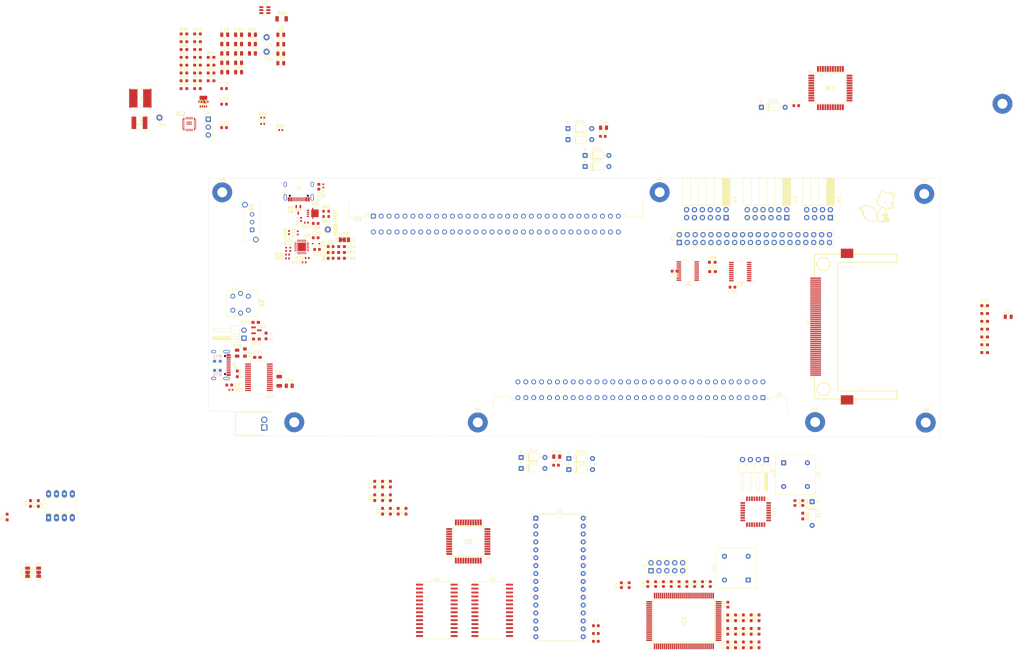
<source format=kicad_pcb>
(kicad_pcb (version 20241229) (generator "pcbnew") (generator_version "9.0")
  (layers (0 "F.Cu" signal) (2 "B.Cu" signal) (13 "F.Paste" user) (15 "B.Paste" user) (5 "F.SilkS" user "F.Silkscreen") (7 "B.SilkS" user "B.Silkscreen") (1 "F.Mask" user) (3 "B.Mask" user) (25 "Edge.Cuts" user))
  (net 0 "")
  (net 1 "GND")
  (net 2 "+5V")
  (net 3 "Net-(J3-SHIELD)")
  (net 4 "VPWR")
  (net 5 "VCC")
  (net 6 "Net-(IC2-SYS_1)")
  (net 7 "Net-(U6-VREG_1V2)")
  (net 8 "Net-(IC2-TMR_1)")
  (net 9 "Net-(D4-A)")
  (net 10 "Net-(C27-Pad1)")
  (net 11 "/Power/VUSB_SW")
  (net 12 "Net-(C28-Pad2)")
  (net 13 "+BATT")
  (net 14 "Net-(U7-BST)")
  (net 15 "Net-(U7-SW)")
  (net 16 "+3.3V")
  (net 17 "Net-(J6-SHIELD)")
  (net 18 "/60FAKE50/VIN")
  (net 19 "Net-(U10-3V3OUT)")
  (net 20 "Net-(J7-Pin_2)")
  (net 21 "Net-(Q2-G)")
  (net 22 "/60FAKE50/VUSB")
  (net 23 "Net-(D2-K)")
  (net 24 "Net-(D2-A)")
  (net 25 "Net-(D3-CATHODE_1)")
  (net 26 "Net-(D3-CATHODE_2)")
  (net 27 "VDDL")
  (net 28 "Net-(D5-K)")
  (net 29 "Net-(D5-A)")
  (net 30 "Net-(D6-A)")
  (net 31 "Net-(D6-K)")
  (net 32 "nALERT")
  (net 33 "Net-(D7-A)")
  (net 34 "Net-(D8-K)")
  (net 35 "Net-(D8-A)")
  (net 36 "Net-(D9-A)")
  (net 37 "Net-(D9-K)")
  (net 38 "Net-(D10-K)")
  (net 39 "Net-(D10-A)")
  (net 40 "Net-(D11-A)")
  (net 41 "/CompactFlash/~{SPKR}")
  (net 42 "Net-(D12-K)")
  (net 43 "nRAMDISABLE")
  (net 44 "Net-(D13-K)")
  (net 45 "nROMDISABLE")
  (net 46 "Net-(D14-K)")
  (net 47 "Net-(D15-K)")
  (net 48 "Net-(D16-K)")
  (net 49 "nIRQ")
  (net 50 "Net-(D17-K)")
  (net 51 "Net-(D18-A)")
  (net 52 "CLK")
  (net 53 "nRAM0_CS")
  (net 55 "/Glue_Addr/D0")
  (net 58 "ACIA_nCS")
  (net 59 "/Glue_Addr/A6")
  (net 61 "/Glue_Addr/D7")
  (net 62 "EXP_nSEL1")
  (net 64 "/Glue_Addr/A5")
  (net 66 "/Glue_Addr/D4")
  (net 68 "/Glue_Addr/D3")
  (net 70 "CLK{slash}2")
  (net 72 "TDO")
  (net 74 "/DIsplay Connector/DISP_nWAIT")
  (net 75 "nSLOW1")
  (net 76 "/Glue_Addr/A11")
  (net 79 "nSLOW0")
  (net 81 "/Glue_Addr/A14")
  (net 82 "/DIsplay Connector/DISP_nRES")
  (net 83 "/Glue_Addr/A15")
  (net 85 "nRES")
  (net 86 "/Glue_Addr/A9")
  (net 87 "/Glue_Addr/A10")
  (net 88 "EXP_nSEL0")
  (net 89 "RnW")
  (net 91 "/Glue_Addr/D6")
  (net 92 "/Glue_Addr/A2")
  (net 93 "/Glue_Addr/A12")
  (net 94 "nR")
  (net 95 "/DIsplay Connector/DISP_nCS")
  (net 96 "nCF_CS0")
  (net 97 "/Glue_Addr/A0")
  (net 100 "nRXF")
  (net 101 "ROM_nCE")
  (net 102 "TDI")
  (net 103 "/Glue_Addr/D2")
  (net 104 "/Glue_Addr/A13")
  (net 105 "TCK")
  (net 106 "/DIsplay Connector/DISP_EN")
  (net 107 "WR_FT")
  (net 108 "/Glue_Addr/D1")
  (net 109 "nRD_FT")
  (net 110 "CPU_CLK")
  (net 111 "nRAM1_CS")
  (net 112 "/Glue_Addr/A1")
  (net 113 "ROM_nR")
  (net 114 "Net-(D19-K)")
  (net 115 "/DIsplay Connector/DISP_nINT")
  (net 117 "nTXE")
  (net 118 "nW")
  (net 120 "VIA_nCS")
  (net 121 "/Glue_Addr/A4")
  (net 122 "/Glue_Addr/A8")
  (net 123 "/Glue_Addr/A3")
  (net 124 "TMS")
  (net 125 "/DIsplay Connector/BL")
  (net 128 "CFnRES")
  (net 130 "CLK_x2")
  (net 131 "/Glue_Addr/D5")
  (net 132 "/Glue_Addr/A7")
  (net 133 "Net-(IC2-NTC)")
  (net 134 "Net-(IC2-FREQ)")
  (net 135 "Net-(IC2-EN)")
  (net 136 "Net-(IC2-CSP)")
  (net 137 "Net-(IC2-OLIM)")
  (net 138 "Net-(IC2-MODE)")
  (net 139 "Net-(IC2-IB_1)")
  (net 140 "Net-(IC2-ILIM)")
  (net 141 "Net-(IC2-SW_1)")
  (net 142 "Net-(IC2-VB)")
  (net 143 "Net-(IC2-ISET)")
  (net 144 "Net-(IC2-PWIN)")
  (net 145 "Net-(IC2-REG)")
  (net 146 "Net-(IC2-FB)")
  (net 148 "/VIA/VA_PB1")
  (net 149 "/VIA/VA_PB0")
  (net 150 "/VIA/VA_PA4")
  (net 151 "/VIA/VA_PA2")
  (net 152 "/VIA/VA_CB1")
  (net 153 "/VIA/VA_PB6")
  (net 154 "/VIA/D0")
  (net 155 "/VIA/A3")
  (net 156 "/VIA/A2")
  (net 157 "/VIA/A0")
  (net 158 "/VIA/VA_CA2")
  (net 159 "/VIA/D5")
  (net 160 "/VIA/VA_PA1")
  (net 161 "/VIA/A1")
  (net 162 "/VIA/VA_CB2")
  (net 163 "/VIA/VA_PA3")
  (net 165 "/VIA/VA_PB4")
  (net 166 "/VIA/VA_PA0")
  (net 167 "/VIA/VA_PA6")
  (net 168 "/VIA/VA_PA7")
  (net 169 "/VIA/D1")
  (net 170 "/VIA/VA_PB2")
  (net 171 "/VIA/VA_CA1")
  (net 172 "/VIA/VA_PB7")
  (net 173 "/VIA/VA_PB5")
  (net 174 "/VIA/VA_PA5")
  (net 175 "/VIA/D6")
  (net 176 "/VIA/D7")
  (net 177 "/VIA/D2")
  (net 178 "/VIA/D3")
  (net 179 "/VIA/D4")
  (net 181 "/VIA/VA_PB3")
  (net 186 "PD_SDA")
  (net 187 "PD_SCL")
  (net 191 "/Power/VIN")
  (net 196 "/DIsplay Connector/3V3_D2")
  (net 200 "/DIsplay Connector/3V3_nCS")
  (net 201 "/DIsplay Connector/3V3_nRES")
  (net 202 "/DIsplay Connector/3V3_D5")
  (net 204 "/DIsplay Connector/3V3_D7")
  (net 205 "/DIsplay Connector/3V3_nWAIT")
  (net 206 "3V3_RnW")
  (net 207 "/DIsplay Connector/3V3_D3")
  (net 209 "/DIsplay Connector/3V3_D4")
  (net 210 "3V3_RS")
  (net 212 "/DIsplay Connector/3V3_D1")
  (net 213 "/DIsplay Connector/3V3_EN")
  (net 214 "Net-(J5-Pin_14)")
  (net 215 "3V3_nINT")
  (net 218 "/DIsplay Connector/3V3_D0")
  (net 224 "/DIsplay Connector/3V3_D6")
  (net 225 "Net-(J6-CC1)")
  (net 226 "/60FAKE50/USB_D-")
  (net 228 "/60FAKE50/USB_D+")
  (net 230 "Net-(J6-CC2)")
  (net 231 "/CompactFlash/D3")
  (net 234 "/CompactFlash/D7")
  (net 236 "/CompactFlash/A0")
  (net 237 "/CompactFlash/D2")
  (net 238 "/CompactFlash/D1")
  (net 239 "/CompactFlash/D4")
  (net 240 "/CompactFlash/D6")
  (net 243 "/CompactFlash/D5")
  (net 246 "Net-(J8-Pin_17)")
  (net 248 "/CompactFlash/~{REG}")
  (net 250 "/CompactFlash/~{STSCHG}")
  (net 251 "Net-(J8-Pin_48)")
  (net 253 "/CompactFlash/~{CS1}")
  (net 254 "/CompactFlash/~{WE}")
  (net 257 "/CompactFlash/D0")
  (net 261 "/CompactFlash/A1")
  (net 262 "/CompactFlash/A2")
  (net 264 "PHI2O")
  (net 265 "RDY")
  (net 269 "/ExpansionSlot0/A12")
  (net 270 "nVP")
  (net 272 "/ExpansionSlot0/D3")
  (net 275 "/ExpansionSlot0/A11")
  (net 276 "/ExpansionSlot0/D6")
  (net 277 "nSO")
  (net 278 "/ExpansionSlot0/D2")
  (net 279 "/ExpansionSlot0/A0")
  (net 280 "/ExpansionSlot0/A10")
  (net 281 "PHI1O")
  (net 282 "/ExpansionSlot0/D5")
  (net 284 "nML")
  (net 285 "/ExpansionSlot0/D1")
  (net 286 "/ExpansionSlot0/A5")
  (net 287 "/ExpansionSlot0/A3")
  (net 288 "/ExpansionSlot0/A15")
  (net 291 "/ExpansionSlot0/D4")
  (net 292 "/ExpansionSlot0/A2")
  (net 295 "nNMI")
  (net 296 "/ExpansionSlot0/A13")
  (net 297 "/ExpansionSlot0/D0")
  (net 298 "/ExpansionSlot0/A9")
  (net 299 "SYNQ")
  (net 301 "/ExpansionSlot0/A8")
  (net 302 "/ExpansionSlot0/A1")
  (net 303 "/ExpansionSlot0/A4")
  (net 304 "/ExpansionSlot0/A6")
  (net 305 "/ExpansionSlot0/A14")
  (net 306 "/ExpansionSlot0/D7")
  (net 307 "/ExpansionSlot0/A7")
  (net 308 "BE")
  (net 309 "/ExpansionSlot1/A10")
  (net 312 "/ExpansionSlot1/A4")
  (net 313 "/ExpansionSlot1/A9")
  (net 316 "/ExpansionSlot1/D1")
  (net 320 "/ExpansionSlot1/A13")
  (net 321 "/ExpansionSlot1/D6")
  (net 322 "/ExpansionSlot1/A15")
  (net 323 "/ExpansionSlot1/A5")
  (net 324 "/ExpansionSlot1/D0")
  (net 326 "/ExpansionSlot1/D2")
  (net 327 "/ExpansionSlot1/A0")
  (net 328 "/ExpansionSlot1/A2")
  (net 329 "/ExpansionSlot1/D4")
  (net 330 "/ExpansionSlot1/A11")
  (net 331 "/ExpansionSlot1/A12")
  (net 332 "/ExpansionSlot1/D5")
  (net 333 "/ExpansionSlot1/A6")
  (net 334 "/ExpansionSlot1/A7")
  (net 338 "/ExpansionSlot1/D7")
  (net 339 "/ExpansionSlot1/A3")
  (net 341 "/ExpansionSlot1/A8")
  (net 343 "/ExpansionSlot1/A14")
  (net 344 "/ExpansionSlot1/A1")
  (net 345 "/ExpansionSlot1/D3")
  (net 346 "Net-(J14-Pin_3)")
  (net 347 "Net-(J14-Pin_2)")
  (net 348 "Net-(JP1-C)")
  (net 349 "Net-(JP2-C)")
  (net 350 "Net-(JP3-C)")
  (net 351 "Net-(Q1-G)")
  (net 352 "Net-(Q3-G)")
  (net 353 "Net-(U1-~{PB})")
  (net 354 "Net-(U1-RST)")
  (net 355 "Net-(U5-A14)")
  (net 356 "Net-(U5-A15)")
  (net 357 "Net-(U5-A16)")
  (net 358 "Net-(X1-EN)")
  (net 359 "Net-(U6-RESET)")
  (net 360 "Net-(U6-VBUS_VS_DISCH)")
  (net 361 "Net-(U6-ADDR0)")
  (net 362 "Net-(U6-ADDR1)")
  (net 363 "Net-(U6-VBUS_EN_SNK)")
  (net 364 "Net-(U6-DISCH)")
  (net 365 "Net-(U8-A4)")
  (net 366 "3V3_BL")
  (net 367 "Net-(U10-~{RESET})")
  (net 368 "Net-(U10-~{PWREN})")
  (net 369 "/CompactFlash/A3")
  (net 370 "Net-(X2-EN)")
  (net 372 "/A7")
  (net 373 "/A3")
  (net 374 "/D7")
  (net 375 "/D0")
  (net 376 "/A15")
  (net 377 "/A6")
  (net 378 "/A11")
  (net 379 "/A9")
  (net 380 "/A5")
  (net 381 "/A10")
  (net 382 "/D6")
  (net 383 "/A8")
  (net 384 "/D3")
  (net 385 "/A2")
  (net 386 "/A1")
  (net 387 "/A14")
  (net 390 "/D5")
  (net 391 "/D4")
  (net 392 "/A0")
  (net 393 "/A4")
  (net 394 "/D2")
  (net 395 "/A12")
  (net 396 "/A13")
  (net 397 "/D1")
  (net 404 "/DIsplay Connector/A0")
  (net 405 "/DIsplay Connector/D2")
  (net 406 "/DIsplay Connector/D5")
  (net 407 "/DIsplay Connector/D1")
  (net 408 "/DIsplay Connector/D0")
  (net 409 "/DIsplay Connector/D3")
  (net 410 "/DIsplay Connector/D7")
  (net 411 "/DIsplay Connector/D6")
  (net 412 "/DIsplay Connector/D4")
  (net 418 "/Keyboard IF/D7")
  (net 419 "/Keyboard IF/D1")
  (net 420 "/Keyboard IF/D0")
  (net 421 "Net-(U11-XTAL1)")
  (net 422 "/Keyboard IF/D2")
  (net 423 "/Keyboard IF/A1")
  (net 425 "/Keyboard IF/D3")
  (net 428 "/Keyboard IF/D6")
  (net 429 "/Keyboard IF/D5")
  (net 432 "/Keyboard IF/A0")
  (net 434 "/Keyboard IF/D4")
  (net 435 "Net-(D20-K)")
  (net 436 "Net-(D21-K)")
  (net 437 "Net-(D22-K)")
  (net 441 "Net-(S2-A)")
  (footprint "Resistor_SMD:R_0603_1608Metric_Pad0.98x0.95mm_HandSolder" (layer "F.Cu") (at 92.1025 36.64)
    (property "Reference" "R42")
    (property "Value" "10K5")
  )
  (footprint "Resistor_SMD:R_0603_1608Metric_Pad0.98x0.95mm_HandSolder" (layer "F.Cu") (at 115.385017 124.659921 180)
    (property "Reference" "R73")
    (property "Value" "10k")
  )
  (footprint "Resistor_SMD:R_0603_1608Metric_Pad0.98x0.95mm_HandSolder" (layer "F.Cu") (at 92.1025 39.15)
    (property "Reference" "R43")
    (property "Value" "10K5")
  )
  (footprint "Oscillator:Oscillator_DIP-8" (layer "F.Cu") (at 273.43 202.0975 90)
    (property "Reference" "X1")
    (property "Value" "28.322MHz")
  )
  (footprint "Resistor_SMD:R_0603_1608Metric_Pad0.98x0.95mm_HandSolder" (layer "F.Cu") (at 92.1025 26.6)
    (property "Reference" "R36")
    (property "Value" "5K1")
  )
  (footprint "Resistor_SMD:R_0603_1608Metric_Pad0.98x0.95mm_HandSolder" (layer "F.Cu") (at 276.9 222.9375 90)
    (property "Reference" "R18")
    (property "Value" "3K3")
  )
  (footprint "Resistor_SMD:R_0603_1608Metric_Pad0.98x0.95mm_HandSolder" (layer "F.Cu") (at 96.4525 31.62)
    (property "Reference" "R48")
    (property "Value" "42K2")
  )
  (footprint "Resistor_SMD:R_0603_1608Metric_Pad0.98x0.95mm_HandSolder" (layer "F.Cu") (at 142.746663 96.84938)
    (property "Reference" "R61")
    (property "Value" "1K")
  )
  (footprint "Capacitor_SMD:C_0603_1608Metric" (layer "F.Cu") (at 232.67 203.7575 90)
    (property "Reference" "C4")
    (property "Value" "100nF")
  )
  (footprint "Capacitor_SMD:C_0805_2012Metric" (layer "F.Cu") (at 109.6525 38.89)
    (property "Reference" "C30")
    (property "Value" "10uF 25V")
  )
  (footprint "Resistor_SMD:R_0603_1608Metric_Pad0.98x0.95mm_HandSolder" (layer "F.Cu") (at 349.4125 113.945)
    (property "Reference" "R75")
    (property "Value" "0R")
  )
  (footprint "MountingHole:MountingHole_3.2mm_M3_Pad_TopBottom" (layer "F.Cu") (at 330 78)
    (property "Reference" "H7")
    (property "Value" "MountingHole_Pad")
  )
  (footprint "Resistor_SMD:R_0603_1608Metric_Pad0.98x0.95mm_HandSolder" (layer "F.Cu") (at 271.88 218.5875 90)
    (property "Reference" "R21")
    (property "Value" "3K3")
  )
  (footprint "Resistor_SMD:R_0402_1005Metric" (layer "F.Cu") (at 125.375 98.75)
    (property "Reference" "R39")
    (property "Value" "5K1")
  )
  (footprint "Capacitor_SMD:C_0603_1608Metric" (layer "F.Cu") (at 106.645511 139.437209)
    (property "Reference" "C37")
    (property "Value" "100nF 100V")
  )
  (footprint "Resistor_SMD:R_0402_1005Metric" (layer "F.Cu") (at 117.3925 55.5)
    (property "Reference" "R31")
    (property "Value" "5K1")
  )
  (footprint "Capacitor_SMD:C_0603_1608Metric" (layer "F.Cu") (at 134.425 92.1)
    (property "Reference" "C24")
    (property "Value" "1uF")
  )
  (footprint "Resistor_SMD:R_0603_1608Metric_Pad0.98x0.95mm_HandSolder" (layer "F.Cu") (at 45.3 177.5 90)
    (property "Reference" "R10")
    (property "Value" "3K3")
  )
  (footprint "Resistor_SMD:R_0402_1005Metric" (layer "F.Cu") (at 123.2125 57.49)
    (property "Reference" "R83")
    (property "Value" "100K")
  )
  (footprint "Capacitor_SMD:C_0603_1608Metric" (layer "F.Cu") (at 226.725 59.5)
    (property "Reference" "C45")
    (property "Value" "100nF")
  )
  (footprint "Connector_DIN:DIN41612_R_2x32_Female_Horizontal_THT" (layer "F.Cu") (at 152.956111 85.160763)
    (property "Reference" "J10")
    (property "Value" "DIN41612_02x32_AC")
  )
  (footprint "LC1258EENP:LC1258EENP" (layer "F.Cu") (at 114 89.585564 90)
    (property "Reference" "S1")
    (property "Value" "LC1258EENP" (hide yes))
  )
  (footprint "Resistor_SMD:R_0402_1005Metric" (layer "F.Cu") (at 130.715 100 180)
    (property "Reference" "R53")
    (property "Value" "22K")
  )
  (footprint "NRS5020T4R7MMGJ:NRS5020T220MMGJV" (layer "F.Cu") (at 77.8025 55.16)
    (property "Reference" "L2")
    (property "Value" "4.7uH" (hide yes))
  )
  (footprint "Resistor_SMD:R_0603_1608Metric_Pad0.98x0.95mm_HandSolder" (layer "F.Cu") (at 266.86 222.9375 90)
    (property "Reference" "R14")
    (property "Value" "3K3")
  )
  (footprint "Connector_PinHeader_2.54mm:PinHeader_1x02_P2.54mm_Horizontal" (layer "F.Cu") (at 111.380511 124.362209 180)
    (property "Reference" "J7")
    (property "Value" "Conn_01x02")
  )
  (footprint "Diode_THT:D_DO-35_SOD27_P7.62mm_Horizontal" (layer "F.Cu") (at 200.475 166.26)
    (property "Reference" "D13")
    (property "Value" "1N4148")
  )
  (footprint "Jumpers:SolderJumper-3_P1.3mm_Bridged12_Pad1.0x1.5mm_NumberLabels" (layer "F.Cu") (at 45.4 199.6 90)
    (property "Reference" "JP2")
    (property "Value" "RST_DLY")
  )
  (footprint "Capacitor_SMD:C_0805_2012Metric" (layer "F.Cu") (at 109.6525 29.86)
    (property "Reference" "C26")
    (property "Value" "22uF 25V")
  )
  (footprint "Connector_DIN:DIN41612_R_2x32_Female_Horizontal_THT" (layer "F.Cu") (at 278.160075 143.494436 180)
    (property "Reference" "J9")
    (property "Value" "DIN41612_02x32_AC")
  )
  (footprint "Capacitor_SMD:C_0805_2012Metric" (layer "F.Cu") (at 114.1025 26.85)
    (property "Reference" "C31")
    (property "Value" "10uF 25V")
  )
  (footprint "TestPoint:TestPoint_Loop_D1.80mm_Drill1.0mm_Beaded" (layer "F.Cu") (at 118.6525 27.67)
    (property "Reference" "TP1")
    (property "Value" "TestPoint")
  )
  (footprint "Capacitor_SMD:C_0603_1608Metric" (layer "F.Cu") (at 243.67 203.4075 90)
    (property "Reference" "C7")
    (property "Value" "100nF")
  )
  (footprint "LED_SMD:LED_0805_2012Metric" (layer "F.Cu") (at 123.2225 29.905)
    (property "Reference" "D9")
    (property "Value" "CHARGE")
  )
  (footprint "Resistor_SMD:R_0603_1608Metric_Pad0.98x0.95mm_HandSolder" (layer "F.Cu") (at 349.4125 126.495)
    (property "Reference" "R80")
    (property "Value" "1K")
  )
  (footprint "Package_SO:SOP-28_8.4x18.16mm_P1.27mm" (layer "F.Cu") (at 173.375 211.83)
    (property "Reference" "U4")
    (property "Value" "IS62C256AL")
  )
  (footprint "Resistor_SMD:R_0603_1608Metric_Pad0.98x0.95mm_HandSolder" (layer "F.Cu") (at 271.88 222.9375 90)
    (property "Reference" "R16")
    (property "Value" "3K3")
  )
  (footprint "Capacitor_SMD:C_0603_1608Metric" (layer "F.Cu") (at 246.18 203.4075 90)
    (property "Reference" "C8")
    (property "Value" "100nF")
  )
  (footprint "LED_SMD:LED_0603_1608Metric" (layer "F.Cu") (at 139.26 94.95)
    (property "Reference" "D5")
    (property "Value" "PWR2_OK")
  )
  (footprint "Resistor_SMD:R_0603_1608Metric_Pad0.98x0.95mm_HandSolder" (layer "F.Cu") (at 155.92 175.6375 90)
    (property "Reference" "R7")
    (property "Value" "3K3")
  )
  (footprint "Resistor_SMD:R_0402_1005Metric" (layer "F.Cu") (at 124.924283 95.796985 -90)
    (property "Reference" "R34")
    (property "Value" "5K1")
  )
  (footprint "LED_SMD:LED_0805_2012Metric" (layer "F.Cu") (at 357 117.5)
    (property "Reference" "D11")
    (property "Value" "CF ACTIVITY")
  )
  (footprint "Resistor_SMD:R_0402_1005Metric" (layer "F.Cu") (at 125.866295 90.443658 90)
    (property "Reference" "R58")
    (property "Value" "1K")
  )
  (footprint "Resistor_SMD:R_0603_1608Metric_Pad0.98x0.95mm_HandSolder" (layer "F.Cu") (at 96.4525 29.11)
    (property "Reference" "R47")
    (property "Value" "62K 0.1%")
  )
  (footprint "Capacitor_SMD:C_0603_1608Metric" (layer "F.Cu") (at 290.96 177.36 -90)
    (property "Reference" "C48")
    (property "Value" "100nF")
  )
  (footprint "Capacitor_SMD:C_0603_1608Metric" (layer "F.Cu") (at 224.475 221.8)
    (property "Reference" "C3")
    (property "Value" "100nF")
  )
  (footprint "Capacitor_SMD:C_0603_1608Metric" (layer "F.Cu") (at 249.765 102.84 180)
    (property "Reference" "C36")
    (property "Value" "100nF")
  )
  (footprint "Capacitor_SMD:C_0603_1608Metric" (layer "F.Cu") (at 134.875 95.85)
    (property "Reference" "C21")
    (property "Value" "1uF")
  )
  (footprint "Diode_THT:D_DO-35_SOD27_P7.62mm_Horizontal" (layer "F.Cu") (at 200.475 162.71)
    (property "Reference" "D12")
    (property "Value" "1N4148")
  )
  (footprint "Diode_THT:D_DO-35_SOD27_P7.62mm_Horizontal" (layer "F.Cu") (at 215.78 163.05)
    (property "Reference" "D19")
    (property "Value" "1N4148")
  )
  (footprint "Capacitor_SMD:C_0603_1608Metric" (layer "F.Cu") (at 104.9825 44.16)
    (property "Reference" "C18")
    (property "Value" "100nF")
  )
  (footprint "Resistor_SMD:R_0603_1608Metric_Pad0.98x0.95mm_HandSolder" (layer "F.Cu") (at 266.86 214.2375 90)
    (property "Reference" "R24")
    (property "Value" "3K3")
  )
  (footprint "Resistor_SMD:R_0603_1608Metric_Pad0.98x0.95mm_HandSolder" (layer "F.Cu") (at 96.4525 39.15)
    (property "Reference" "R52")
    (property "Value" "2K49")
  )
  (footprint "Resistor_SMD:R_0603_1608Metric_Pad0.98x0.95mm_HandSolder" (layer "F.Cu") (at 100.8025 34.13)
    (property "Reference" "R64")
    (property "Value" "1K")
  )
  (footprint "MountingHole:MountingHole_3.2mm_M3_Pad_TopBottom" (layer "F.Cu") (at 330.5 151.5)
    (property "Reference" "H8")
    (property "Value" "MountingHole_Pad")
  )
  (footprint "Capacitor_SMD:C_0603_1608Metric" (layer "F.Cu") (at 104.9825 49.18)
    (property "Reference" "C23")
    (property "Value" "0.1uF 25V C0G")
  )
  (footprint "Package_TO_SOT_SMD:SOT-23" (layer "F.Cu") (at 115.385017 121.859921)
    (property "Reference" "Q2")
    (property "Value" "IRLML6402")
  )
  (footprint "Resistor_SMD:R_0603_1608Metric_Pad0.98x0.95mm_HandSolder" (layer "F.Cu") (at 274.39 218.5875 90)
    (property "Reference" "R22")
    (property "Value" "3K3")
  )
  (footprint "Capacitor_SMD:C_0805_2012Metric" (layer "F.Cu") (at 105.2025 26.85)
    (property "Reference" "C16")
    (property "Value" "10uF 25V")
  )
  (footprint "Connector_PinSocket_2.54mm:PinSocket_2x06_P2.54mm_Horizontal" (layer "F.Cu") (at 285.825 85.625 -90)
    (property "Reference" "J13")
    (property "Value" "Conn_02x06_Odd_Even")
  )
  (footprint "Capacitor_SMD:C_0805_2012Metric" (layer "F.Cu") (at 105.2025 38.89)
    (property "Reference" "C22")
    (property "Value" "10uF 25V")
  )
  (footprint "Resistor_SMD:R_0603_1608Metric_Pad0.98x0.95mm_HandSolder" (layer "F.Cu") (at 118.485017 123.659921 90)
    (property "Reference" "R74")
    (property "Value" "10k")
  )
  (footprint "Resistor_SMD:R_0603_1608Metric_Pad0.98x0.95mm_HandSolder" (layer "F.Cu") (at 269.37 222.9375 90)
    (property "Reference" "R15")
    (property "Value" "680R")
  )
  (footprint "Resistor_SMD:R_1206_3216Metric" (layer "F.Cu") (at 123.4825 21.75)
    (property "Reference" "R56")
    (property "Value" "40mR")
  )
  (footprint "Resistor_SMD:R_0603_1608Metric_Pad0.98x0.95mm_HandSolder" (layer "F.Cu") (at 349.4125 129.005)
    (property "Reference" "R81")
    (property "Value" "470R")
  )
  (footprint "TestPoint:TestPoint_Loop_D1.80mm_Drill1.0mm_Beaded" (layer "F.Cu") (at 138.344537 89.448727)
    (property "Reference" "TP3" (hide yes))
    (property "Value" "TestPoint")
  )
  (footprint "Oscillator:Oscillator_DIP-8" (layer "F.Cu") (at 284.83 164.42 -90)
    (property "Reference" "X2")
    (property "Value" "1.8432MHz")
  )
  (footprint "STL9P3LLH6:STL20N6F7" (layer "F.Cu") (at 133.494537 84.248727 -90)
    (property "Reference" "Q1")
    (property "Value" "STL9P3LLH6" (hide yes))
  )
  (footprint "Resistor_SMD:R_0603_1608Metric_Pad0.98x0.95mm_HandSolder" (layer "F.Cu") (at 163.45 179.9875 90)
    (property "Reference" "R5")
    (property "Value" "3K3")
  )
  (footprint "Resistor_SMD:R_0603_1608Metric" (layer "F.Cu") (at 137.77948 83.58864)
    (property "Reference" "R62")
    (property "Value" "0R")
  )
  (footprint "Resistor_SMD:R_0402_1005Metric" (layer "F.Cu") (at 131.725 98.6)
    (property "Reference" "R33")
    (property "Value" "1K")
  )
  (footprint "LED_SMD:LED_0805_2012Metric" (layer "F.Cu") (at 123.2225 32.945)
    (property "Reference" "D10")
    (property "Value" "ON BATTERY")
  )
  (footprint "S2B-XH-A_LF__SN_:SHDRRA2W80P0X250_1X2_740X1150X610P" (layer "F.Cu") (at 117.899999 153.08734 90)
    (property "Reference" "J4")
    (property "Value" "BATTERY JST PH-2A" (hide yes))
  )
  (footprint "Diode_THT:D_DO-35_SOD27_P7.62mm_Horizontal" (layer "F.Cu") (at 277.675 50.175)
    (property "Reference" "D16")
    (property "Value" "1N4148")
  )
  (footprint "Capacitor_SMD:C_0603_1608Metric" (layer "F.Cu") (at 224.475 219.29)
    (property "Reference" "C2")
    (property "Value" "100nF")
  )
  (footprint "TL1250F180RQRCLR:TL1250F180RQRCLR" (layer "F.Cu") (at 107.795727 110.892528)
    (property "Reference" "S2")
    (property "Value" "TL1250F180RQRCLR" (hide yes))
  )
  (footprint "Resistor_SMD:R_0603_1608Metric_Pad0.98x0.95mm_HandSolder" (layer "F.Cu") (at 276.9 218.5875 90)
    (property "Reference" "R23")
    (property "Value" "3K3")
  )
  (footprint "Capacitor_SMD:C_0805_2012Metric" (layer "F.Cu") (at 109.6525 35.88)
    (property "Reference" "C29")
    (property "Value" "10uF 25V")
  )
  (footprint "Resistor_SMD:R_0603_1608Metric_Pad0.98x0.95mm_HandSolder" (layer "F.Cu") (at 274.39 214.2375 90)
    (property "Reference" "R27")
    (property "Value" "3K3")
  )
  (footprint "Resistor_SMD:R_0402_1005Metric" (layer "F.Cu") (at 126.275 95.8 -90)
    (property "Reference" "R35")
    (property "Value" "5K1")
  )
  (footprint "Resistor_SMD:R_0603_1608Metric_Pad0.98x0.95mm_HandSolder" (layer "F.Cu") (at 155.92 171.2875 90)
    (property "Reference" "R12")
    (property "Value" "10K")
  )
  (footprint "Resistor_SMD:R_0603_1608Metric_Pad0.98x0.95mm_HandSolder" (layer "F.Cu") (at 92.1025 29.11)
    (property "Reference" "R37")
    (property "Value" "10K")
  )
  (footprint "Resistor_SMD:R_0603_1608Metric_Pad0.98x0.95mm_HandSolder" (layer "F.Cu") (at 274.39 222.9375 90)
    (property "Reference" "R17")
    (property "Value" "3K3")
  )
  (footprint "Jumpers:SolderJumper-3_P1.3mm_Bridged12_Pad1.0x1.5mm_NumberLabels" (layer "F.Cu") (at 41.85 199.6 90)
    (property "Reference" "JP1")
    (property "Value" "RST_TOL")
  )
  (footprint "Resistor_SMD:R_0402_1005Metric" (layer "F.Cu") (at 125.375 97.5 180)
    (property "Reference" "R38")
    (property "Value" "5K1")
  )
  (footprint "Package_DIP:DIP-8_W7.62mm_LongPads" (layer "F.Cu") (at 48.6 182.05 90)
    (property "Reference" "U1")
    (property "Value" "TC1232")
  )
  (footprint "Capacitor_SMD:C_0603_1608Metric" (layer "F.Cu") (at 241.16 203.4075 90)
    (property "Reference" "C6")
    (property "Value" "100nF")
  )
  (footprint "Resistor_SMD:R_0402_1005Metric" (layer "F.Cu") (at 136.887197 75.441178 90)
    (property "Reference" "R29")
    (property "Value" "330R")
  )
  (footprint "Resistor_SMD:R_0402_1005Metric" (layer "F.Cu") (at 128.675 90.55 -90)
    (property "Reference" "R32")
    (property "Value" "0R")
  )
  (footprint "Resistor_SMD:R_0603_1608Metric_Pad0.98x0.95mm_HandSolder" (layer "F.Cu") (at 96.4525 34.13)
    (property "Reference" "R49")
    (property "Value" "22K")
  )
  (footprint "Diode_THT:D_DO-35_SOD27_P7.62mm_Horizontal" (layer "F.Cu") (at 221.03 69.2)
    (property "Reference" "D22")
    (property "Value" "1N4148")
  )
  (footprint "Capacitor_SMD:C_0805_2012Metric" (layer "F.Cu") (at 109.6525 26.85)
    (property "Reference" "C25")
    (property "Value" "22uF 25V")
  )
  (footprint "Resistor_SMD:R_0603_1608Metric_Pad0.98x0.95mm_HandSolder" (layer "F.Cu") (at 261.96521 102.981823)
    (property "Reference" "R67")
    (property "Value" "0R")
  )
  (footprint "Resistor_SMD:R_0603_1608Metric_Pad0.98x0.95mm_HandSolder" (layer "F.Cu") (at 100.8025 39.15)
    (property "Reference" "R66")
    (property "Value" "1K")
  )
  (footprint "Resistor_SMD:R_0603_1608Metric" (layer "F.Cu") (at 137.789423 85.286734)
    (property "Reference" "R63")
    (property "Value" "0R")
  )
  (footprint "Package_SO:SSOP-28_5.3x10.2mm_P0.65mm" (layer "F.Cu") (at 116.195511 136.937209 180)
    (property "Reference" "U10")
    (property "Value" "FT245RNL")
  )
  (footprint "Resistor_SMD:R_0603_1608Metric_Pad0.98x0.95mm_HandSolder" (layer "F.Cu") (at 349.4125 123.985)
    (property "Reference" "R79")
    (property "Value" "1K")
  )
  (footprint "Resistor_SMD:R_0603_1608Metric_Pad0.98x0.95mm_HandSolder" (layer "F.Cu") (at 271.88 214.2375 90)
    (property "Reference" "R26")
    (property "Value" "3K3")
  )
  (footprint "LED_SMD:LED_0603_1608Metric" (layer "F.Cu") (at 139.2375 96.85)
    (property "Reference" "D7")
    (property "Value" "ALERT")
  )
  (footprint "Package_TO_SOT_SMD:TSOT-23-6" (layer "F.Cu") (at 118.1025 18.945)
    (property "Reference" "U7")
    (property "Value" "AP63203WU")
  )
  (footprint "Capacitor_SMD:C_0603_1608Metric" (layer "F.Cu") (at 135.437197 75.716178 -90)
    (property "Reference" "C15")
    (property "Value" "100nF 100V")
  )
  (footprint "Resistor_SMD:R_0603_1608Metric_Pad0.98x0.95mm_HandSolder" (layer "F.Cu") (at 266.86 218.5875 90)
    (property "Reference" "R19")
    (property "Value" "3K3")
  )
  (footprint "MountingHole:MountingHole_3.2mm_M3_Pad_TopBottom" (layer "F.Cu") (at 355.15 49.05)
    (property "Reference" "H1")
    (property "Value" "MountingHole_Pad")
  )
  (footprint "Resistor_SMD:R_0603_1608Metric_Pad0.98x0.95mm_HandSolder" (layer "F.Cu") (at 153.41 175.6375 90)
    (property "Reference" "R6")
    (property "Value" "3K3")
  )
  (footprint "Capacitor_SMD:C_0603_1608Metric" (layer "F.Cu") (at 211.675 165.2)
    (property "Reference" "C43")
    (property "Value" "100nF")
  )
  (footprint "Connector_USB:USB_C_Receptacle_HCTL_HC-TYPE-C-16P-01A" (layer "F.Cu") (at 129 76 180)
    (property "Reference" "J3")
    (property "Value" "USB_C_Receptacle_USB2.0_16P")
  )
  (footprint "LED_SMD:LED_0603_1608Metric" (layer "F.Cu") (at 266.9 210.0175 90)
    (property "Reference" "D2")
    (property "Value" "LED")
  )
  (footprint "Capacitor_SMD:C_0805_2012Metric" (layer "F.Cu") (at 114.1025 32.87)
    (property "Reference" "C34")
    (property "Value" "22uF 25V")
  )
  (footprint "LED_SMD:LED_0603_1608Metric" (layer "F.Cu") (at 139.25 98.7)
    (property "Reference" "D6")
    (property "Value" "PWR3_OK")
  )
  (footprint "Capacitor_SMD:C_0805_2012Metric" (layer "F.Cu") (at 109.195511 129.187209 90)
    (property "Reference" "C38")
    (property "Value" "100nF")
  )
  (footprint "MountingHole:MountingHole_3.2mm_M3_Pad_TopBottom" (layer "F.Cu") (at 294.945934 151.352603)
    (property "Reference" "H3")
    (property "Value" "MountingHole_Pad")
  )
  (footprint "Capacitor_SMD:C_0603_1608Metric_Pad1.08x0.95mm_HandSolder" (layer "F.Cu") (at 115.15 119.3 180)
    (property "Reference" "C40")
    (property "Value" "100nF")
  )
  (footprint "Diode_THT:D_DO-35_SOD27_P7.62mm_Horizontal" (layer "F.Cu") (at 215.525 60.56)
    (property "Reference" "D15")
    (property "Value" "1N4148")
  )
  (footprint "Connector_PinSocket_2.54mm:PinSocket_2x06_P2.54mm_Horizontal" (layer "F.Cu") (at 266.325 85.625 -90)
    (property "Reference" "J12")
    (property "Value" "Conn_02x06_Odd_Even")
  )
  (footprint "Capacitor_SMD:C_0603_1608Metric" (layer "F.Cu") (at 104.9825 56.71)
    (property "Reference" "C32")
    (property "Value" "0.1uF 25V C0G")
  )
  (footprint "Inductor_SMD:L_0805_2012Metric_Pad1.05x1.20mm_HandSolder" (layer "F.Cu") (at 111.695511 128.987209 -90)
    (property "Reference" "FB1")
    (property "Value" "FerriteBead_Small")
  )
  (footprint "SRN6045HA-1R5Y:INDPM6060X470N" (layer "F.Cu") (at 78.0775 47.285)
    (property "Reference" "L1")
    (property "Value" "1.5uH" (hide yes))
  )
  (footprint "Resistor_SMD:R_0402_1005Metric" (layer "F.Cu") (at 129.744343 86.199793 -90)
    (property "Reference" "R50")
    (property "Value" "100K")
  )
  (footprint "Resistor_SMD:R_0603_1608Metric_Pad0.98x0.95mm_HandSolder" (layer "F.Cu") (at 158.43 179.9875 90)
    (property "Reference" "R3")
    (property "Value" "3K3")
  )
  (footprint "Resistor_SMD:R_0603_1608Metric_Pad0.98x0.95mm_HandSolder" (layer "F.Cu") (at 35.26 181.85 90)
    (property "Reference" "R1")
    (property "Value" "3K3")
  )
  (footprint "Capacitor_SMD:C_0603_1608Metric" (layer "F.Cu") (at 251.2 203.4075 90)
    (property "Reference" "C10")
    (property "Value" "100nF")
  )
  (footprint "W65C22S6TQG-14:QFP80P1320X1320X270-44N" (layer "F.Cu") (at 299.85 44)
    (property "Reference" "IC3")
    (property "Value" "W65C22S6TQG-14" (hide yes))
  )
  (footprint "Capacitor_SMD:C_0603_1608Metric" (layer "F.Cu") (at 288.45 177.36 -90)
    (property "Reference" "C49")
    (property "Value" "100nF")
  )
  (footprint "LED_SMD:LED_0805_2012Metric" (layer "F.Cu") (at 123.2225 35.985)
    (property "Reference" "D18")
    (property "Value" "POWER ON")
  )
  (footprint "Diode_THT:D_DO-35_SOD27_P7.62mm_Horizontal" (layer "F.Cu") (at 293.99 176.93 -90)
    (property "Reference" "D17")
    (property "Value" "1N4148")
  )
  (footprint "MountingHole:MountingHole_3.2mm_M3_Pad_TopBottom" (layer "F.Cu") (at 104.399334 77.500369)
    (property "Reference" "H6")
    (property "Value" "MountingHole_Pad")
  )
  (footprint "Capacitor_SMD:C_0805_2012Metric" (layer "F.Cu") (at 105.2025 35.88)
    (property "Reference" "C20")
    (property "Value" "22uF 25V")
  )
  (footprint "TestPoint:TestPoint_Loop_D1.80mm_Drill1.0mm_Beaded" (layer "F.Cu") (at 118.6525 32.32)
    (property "Reference" "TP2")
    (property "Value" "TestPoint")
  )
  (footprint "Package_SO:TSSOP-20_4.4x6.5mm_P0.65mm" (layer "F.Cu") (at 270.87771 102.981823 180)
    (property "Reference" "U9")
    (property "Value" "TXB0108PW")
  )
  (footprint "Resistor_SMD:R_0603_1608Metric_Pad0.98x0.95mm_HandSolder" (layer "F.Cu") (at 261.87771 99.981823)
    (property "Reference" "R68")
    (property "Value" "0R")
  )
  (footprint "Resistor_SMD:R_0402_1005Metric" (layer "F.Cu") (at 131.434537 87.248727 180)
    (property "Reference" "R55")
    (property "Value" "100R")
  )
  (footprint "Resistor_SMD:R_0603_1608Metric_Pad0.98x0.95mm_HandSolder" (layer "F.Cu") (at 276.9 214.2375 90)
    (property "Reference" "R28")
    (property "Value" "3K3")
  )
  (footprint "Resistor_SMD:R_0603_1608Metric_Pad0.98x0.95mm_HandSolder" (layer "F.Cu") (at 96.4525 41.66)
    (property "Reference" "R54")
    (property "Value" "10K")
  )
  (footprint "Resistor_SMD:R_0603_1608Metric_Pad0.98x0.95mm_HandSolder" (layer "F.Cu") (at 96.4525 26.6)
    (property "Reference" "R46")
    (property "Value" "15K")
  )
  (footprint "PaulasKiCADFootPrint:Fox_avatar_18mm" (layer "F.Cu") (at 315.238804 81.896341)
    (property "Reference" "FOX1" (hide yes))
    (property "Value" "SYM_Flash_Large" (hide yes))
  )
  (footprint "Resistor_SMD:R_0603_1608Metric_Pad0.98x0.95mm_HandSolder" (layer "F.Cu") (at 153.41 171.2875 90)
    (property "Reference" "R11")
    (property "Value" "10K")
  )
  (footprint "Capacitor_SMD:C_0603_1608Metric" (layer "F.Cu") (at 248.69 203.4075 90)
    (property "Reference" "C9")
    (property "Value" "100nF")
  )
  (footprint "Resistor_SMD:R_0603_1608Metric_Pad0.98x0.95mm_HandSolder" (layer "F.Cu") (at 42.79 177.5 90)
    (property "Reference" "R9")
    (property "Value" "1K")
  )
  (footprint "Resistor_SMD:R_0603_1608Metric_Pad0.98x0.95mm_HandSolder" (layer "F.Cu") (at 155.92 179.9875 90)
    (property "Reference" "R2")
    (property "Value" "3K3")
  )
  (footprint "Capacitor_SMD:C_0805_2012Metric" (layer "F.Cu") (at 211.895 162.44)
    (property "Reference" "C44")
    (property "Value" "22uF 25V")
  )
  (footprint "Resistor_SMD:R_0603_1608Metric_Pad0.98x0.95mm_HandSolder" (layer "F.Cu") (at 142.746708 94.94776)
    (property "Reference" "R59")
    (property "Value" "1K")
  )
  (footprint "Resistor_SMD:R_0603_1608Metric_Pad0.98x0.95mm_HandSolder" (layer "F.Cu") (at 160.94 179.9875 90)
    (property "Reference" "R4")
    (property "Value" "3K3")
  )
  (footprint "Jumpers:SolderJumper-3_P1.3mm_Bridged12_Pad1.0x1.5mm_NumberLabels" (layer "F.Cu") (at 143.65 92.75)
    (property "Reference" "JP3")
    (property "Value" "PD LED PWR")
  )
  (footprint "Capacitor_SMD:C_0805_2012Metric" (layer "F.Cu") (at 105.2025 29.86)
    (property "Reference" "C17")
    (property "Value" "22uF 25V")
  )
  (footprint "ESDA25W:SOT65P210X110-3N" (layer "F.Cu") (at 128.837197 83.141178 -90)
    (property "Reference" "D3")
    (property "Value" "ESDA25W" (hide yes))
  )
  (footprint "Capacitor_SMD:C_0603_1608Metric" (layer "F.Cu") (at 258.73 203.4075 90)
    (property "Reference" "C13")
    (property "Value" "100nF")
  )
  (footprint "Resistor_SMD:R_0603_1608Metric_Pad0.98x0.95mm_HandSolder" (layer "F.Cu") (at 269.37 214.2375 90)
    (property "Reference" "R25")
    (property "Value" "3K3")
  )
  (footprint "Package_DIP:DIP-32_W15.24mm_Socket" (layer "F.Cu") (at 205.175 182.23)
    (property "Reference" "U5")
    (property "Value" "SST39SF010")
  )
  (footprint "Capacitor_SMD:C_0805_2012Metric" (layer "F.Cu") (at 125.930806 139.680766)
    (property "Reference" "C42")
    (property "Value" "100nF")
  )
  (footprint "Resistor_SMD:R_0603_1608Metric_Pad0.98x0.95mm_HandSolder" (layer "F.Cu") (at 92.1025 44.17)
    (property "Reference" "R45")
    (property "Value" "10K5")
  )
  (footprint "MountingHole:MountingHole_3.2mm_M3_Pad_TopBottom" (layer "F.Cu") (at 127.55 151.4)
    (property "Reference" "H5" (hide yes))
    (property "Value" "MountingHole_Pad")
  )
  (footprint "W65C22S6TQG-14:QFP80P1320X1320X270-44N" (layer "F.Cu") (at 183.474024 189.723709 180)
    (property "Reference" "U2")
    (property "Value" "W65C02S6TQG-14" (hide yes))
  )
  (footprint "LED_SMD:LED_0805_2012Metric" (layer "F.Cu") (at 123.2225 26.865)
    (property "Reference" "D8")
    (property "Value" "USB PWR IN")
  )
  (footprint "Resistor_SMD:R_0603_1608Metric_Pad0.98x0.95mm_HandSolder" (layer "F.Cu") (at 290.96 181.54 -90)
    (property "Reference" "R82")
    (property "Value" "3K3")
  )
  (footprint "Resistor_SMD:R_0603_1608Metric_Pad0.98x0.95mm_HandSolder" (layer "F.Cu") (at 100.8025 41.66)
    (property "Reference" "R84")
    (property "Value" "1K")
  )
  (footprint "TestPoint:TestPoint_Loop_D1.80mm_Drill1.0mm_Beaded" (layer "F.Cu") (at 84.2275 53.485)
    (property "Reference" "TP4")
    (property "Value" "TestPoint")
  )
  (footprint "Capacitor_SMD:C_0805_2012Metric" (layer "F.Cu") (at 226.945 56.74)
    (property "Reference" "C46")
    (property "Value" "22uF 25V")
  )
  (footprint "Connector_PinHeader_2.54mm:PinHeader_1x03_P2.54mm_Vertical" (layer "F.Cu") (at 99.9225 54.02)
    (property "Reference" "J2")
    (property "Value" "USBPD_PROG")
  )
  (footprint "Capacitor_SMD:C_0805_2012Metric" (layer "F.Cu") (at 105.2025 32.87)
    (property "Reference" "C19")
    (property "Value" "22uF 25V")
  )
  (footprint "PaulasConnectors:SD-SMD_CFH-L3C1LBL01MN0" (layer "F.Cu") (at 300.148739 120.664211 90)
    (property "Reference" "J8")
    (property "Value" "Conn_02x26_Top_Bottom" (hide yes))
  )
  (footprint "Connector_PinHeader_2.54mm:PinHeader_1x04_P2.54mm_Horizontal" (layer "F.Cu") (at 279.22 163.4 -90)
    (property "Reference" "J14")
    (property "Value" "KeyConn")
  )
  (footprint "Resistor_SMD:R_0603_1608Metric_Pad0.98x0.95mm_HandSolder" (layer "F.Cu") (at 158.43 171.2875 90)
    (property "Reference" "R13")
    (property "Value" "10K")
  )
  (footprint "ATF1508AS-10QU100:QFP65P1720X2320X340-100N" (layer "F.Cu") (at 252.755 215.2625 90)
    (property "Reference" "IC1")
    (property "Value" "ATF1508AS-7AX100" (hide yes))
  )
  (footprint "Resistor_SMD:R_0603_1608Metric_Pad0.98x0.95mm_HandSolder" (layer "F.Cu") (at 92.1025 31.62)
    (property "Reference" "R40")
    (property "Value" "15K")
  )
  (footprint "STL9P3LLH6:STL20N6F7" (layer "F.Cu") (at 98.3425 48.375)
    (property "Reference" "Q3")
    (property "Value" "STL9P3LLH6" (hide yes))
  )
  (footprint "Capacitor_SMD:C_0603_1608Metric" (layer "F.Cu") (at 235.18 203.7575 90)
    (property "Reference" "C5")
    (property "Value" "100nF")
  )
  (footprint "Connector_USB:USB_C_Receptacle_HCTL_HC-TYPE-C-16P-01A" (layer "F.Cu") (at 102.7 133.015291 -90)
    (property "Reference" "J6")
    (property "Value" "USB_C_Receptacle_USB2.0_16P")
  )
  (footprint "Connector_PinSocket_2.54mm:PinSocket_2x04_P2.54mm_Horizontal" (layer "F.Cu") (at 299.85 85.625 -90)
    (property "Reference" "J11")
    (property "Value" "Conn_02x04_Odd_Even")
  )
  (footprint "Connector_PinHeader_2.54mm:PinHeader_2x20_P2.54mm_Vertical" (layer "F.Cu") (at 251.3 93.64 90)
    (property "Reference" "J5")
    (property "Value" "Conn_02x20_Odd_Even")
  )
  (footprint "Package_DFN_QFN:QFN-24-1EP_4x4mm_P0.5mm_EP2.7x2.7mm" (layer "F.Cu") (at 129.9375 95.05 -90)
    (property "Reference" "U6")
    (property "Value" "STUSB4500QTR")
  )
  (footprint "Resistor_SMD:R_0603_1608Metric_Pad0.98x0.95mm_HandSolder" (layer "F.Cu") (at 142.75 98.7)
    (property "Reference" "R60")
    (property "Value" "1K")
  )
  (footprint "Resistor_SMD:R_0603_1608Metric_Pad0.98x0.95mm_HandSolder" (layer "F.Cu") (at 349.4125 116.455)
    (property "Reference" "R76")
    (property "Value" "1K")
  )
  (footprint "Capacitor_SMD:C_0603_1608Metric_Pad1.08x0.95mm_HandSolder" (layer "F.Cu") (at 115.695511 130.537209)
    (property "Reference" "C39")
    (property "Value" "100nF")
  )
  (footprint "Connector_PinHeader_2.54mm:PinHeader_2x05_P2.54mm_Vertical" (layer "F.Cu") (at 242.2 199.1075 90)
    (property "Reference" "J1")
    (property "Value" "Conn_02x05_Odd_Even")
  )
  (footprint "Package_QFP:TQFP-32_7x7mm_P0.8mm" (layer "F.Cu") (at 275.84 180.14 -90)
    (property "Reference" "U11")
    (property "Value" "W65C51NxQ")
  )
  (footprint "Capacitor_SMD:C_0603_1608Metric" (layer "F.Cu") (at 256.22 203.4075 90)
    (property "Reference" "C12")
    (property "Value" "100nF")
  )
  (footprint "Diode_SMD:D_SOD-323" (layer "F.Cu") (at 134.525 94 180)
    (property "Reference" "D4")
    (property "Value" "BAT60A")
  )
  (footprint "Capacitor_SMD:C_0603_1608Metric" (layer "F.Cu") (at 261.24 203.4075 90)
    (property "Reference" "C14")
    (property "Value" "100nF")
  )
  (footprint "Capacitor_SMD:C_0603_1608Metric" (layer "F.Cu") (at 224.475 216.78)
    (property "Reference" "C1")
    (property "Value" "100nF")
  )
  (footprint "Resistor_SMD:R_0603_1608Metric_Pad0.98x0.95mm_HandSolder" (layer "F.Cu") (at 109.244478 135.836795 -90)
    (property "Reference" "R72")
    (property "Value" "10k")
  )
  (footprint "MP2636GR-P:MP2636GR" (layer "F.Cu") (at 93.7775 55.575)
    (property "Reference" "IC2")
    (property "Value" "MP2636GR-P" (hide yes))
  )
  (footprint "Capacitor_SMD:C_1206_3216Metric" (layer "F.Cu") (at 122.713858 138.204294 90)
    (property "Reference" "C41")
    (property "Value" "47uF")
  )
  (footprint "Capacitor_SMD:C_0603_1608Metric" (layer "F.Cu") (at 288.875 49.655)
    (property "Reference" "C47")
    (property "Value" "100nF")
  )
  (footprint "Resistor_SMD:R_0603_1608Metric_Pad0.98x0.95mm_HandSolder" (layer "F.Cu") (at 100.8025 36.64)
    (property "Reference" "R65")
    (property "Value" "1K")
  )
  (footprint "MountingHole:MountingHole_3.2mm_M3_Pad_TopBottom" (layer "F.Cu") (at 186.539136 151.457274)
    (property "Reference" "H4")
    (property "Value" "MountingHole_Pad")
  )
  (footprint "Resistor_SMD:R_0603_1608Metric_Pad0.98x0.95mm_HandSolder" (layer "F.Cu") (at 92.1025 34.13)
    (property "Reference" "R41")
    (property "Value" "44K2")
  )
  (footprint "Capacitor_SMD:C_0603_1608Metric" (layer "F.Cu") (at 134.444537 87.498727 180)
    (property "Reference" "C28")
    (property "Value" "0.1uF")
  )
  (footprint "Resistor_SMD:R_0603_1608Metric_Pad0.98x0.95mm_HandSolder" (layer "F.Cu") (at 96.4525 36.64)
    (property "Reference" "R51")
    (property "Value" "6K8")
  )
  (footprint "Resistor_SMD:R_0603_1608Metric_Pad0.98x0.95mm_HandSolder" (layer "F.Cu") (at 349.4125 118.965)
    (property "Reference" "R77")
    (property "Value" "1K")
  )
  (footprint "MountingHole:MountingHole_3.2mm_M3_Pad_TopBottom" (layer "F.Cu") (at 244.985854 77.470408)
    (property "Reference" "H2")
    (property "Value" "MountingHole_Pad")
  )
  (footprint "Diode_THT:D_DO-35_SOD27_P7.62mm_Horizontal" (layer "F.Cu") (at 215.525 57.01)
    (property "Reference" "D14")
    (property "Value" "1N4148")
  )
  (footprint "Resistor_SMD:R_0603_1608Metric_Pad0.98x0.95mm_HandSolder" (layer "F.Cu") (at 349.4125 121.475)
    (property "Reference" "R78")
    (property "Value" "1K")
  )
  (footprint "Package_SO:TSSOP-20_4.4x6.5mm_P0.65mm" (layer "F.Cu") (at 254.01521 102.806823 180)
    (property "Reference" "U8")
    (property "Value" "TXB0108PW")
  )
  (footprint "Diode_THT:D_DO-35_SOD27_P7.62mm_Horizontal" (layer "F.Cu") (at 221.03 65.65)
    (property "Reference" "D20")
    (property "Value" "1N4148")
  )
  (footprint "Diode_THT:D_DO-35_SOD27_P7.62mm_Horizontal" (layer "F.Cu") (at 215.78 166.6)
    (property "Reference" "D21")
    (property "Value" "1N4148")
  )
  (footprint "Resistor_SMD:R_0603_1608Metric_Pad0.98x0.95mm_HandSolder" (layer "F.Cu") (at 269.37 218.5875 90)
    (property "Reference" "R20")
    (property "Value" "3K3")
  )
  (footprint "Package_SO:SOP-28_8.4x18.16mm_P1.27mm" (layer "F.Cu") (at 191.175 211.83)
    (property "Reference" "U3")
    (property "Value" "IS62C256AL")
  )
  (footprint "Capacitor_SMD:C_0603_1608Metric" (layer "F.Cu") (at 253.71 203.4075 90)
    (property "Reference" "C11")
    (property "Value" "100nF")
  )
  (footprint "Capacitor_SMD:C_0805_2012Metric" (layer "F.Cu") (at 114.1025 29.86)
    (property "Reference" "C33")
    (property "Value" "22uF 25V")
  )
  (footprint "Resistor_SMD:R_0402_1005Metric" (layer "F.Cu") (at 117.3925 53.51)
    (property "Reference" "R30")
    (property "Value" "5K1")
  )
  (footprint "Resistor_SMD:R_0402_1005Metric" (layer "F.Cu") (at 107.199062 140.97588 180)
    (property "Reference" "R69")
    (property "Value" "330R")
  )
  (footprint "Resistor_SMD:R_0603_1608Metric_Pad0.98x0.95mm_HandSolder" (layer "F.Cu") (at 92.1025 41.66)
    (property "Reference" "R44")
    (property "Value" "10K5")
  )
  (footprint "Capacitor_SMD:C_0805_2012Metric" (layer "F.Cu") (at 109.6525 32.87)
    (property "Reference" "C27")
    (property "Value" "2.2uF 25V")
  )
  (footprint "Capacitor_SMD:C_0603_1608Metric" (layer "F.Cu") (at 268.37771 107.981823 180)
    (property "Reference" "C35")
    (property "Value" "100nF")
  )
  (footprint "Resistor_SMD:R_0603_1608Metric_Pad0.98x0.95mm_HandSolder" (layer "F.Cu") (at 158.43 175.6375 90)
    (property "Reference" "R8")
    (property "Value" "3K3")
  )
  (footprint "Resistor_SMD:R_0603_1608Metric_Pad0.98x0.95mm_HandSolder" (layer "F.Cu") (at 96.4525 44.17)
    (property "Reference" "R57")
    (property "Value" "10K")
  )
  (footprint "Resistor_SMD:R_0603_1608Metric_Pad0.98x0.95mm_HandSolder" (layer "B.Cu") (at 102.845511 131.787209)
    (property "Reference" "R71")
    (property "Value" "5K1")
  )
  (footprint "Resistor_SMD:R_0603_1608Metric_Pad0.98x0.95mm_HandSolder" (layer "B.Cu") (at 102.84321 134.727344)
    (property "Reference" "R70")
    (property "Value" "5K1")
  )
  (gr_line (start 100 73) (end 100 147.9) (stroke (width 0.05)) (layer "Edge.Cuts"))
  (gr_line (start 108 155.9) (end 263 156) (stroke (width 0.05)) (layer "Edge.Cuts"))
  (gr_line (start 335 156) (end 263 156) (stroke (width 0.05)) (layer "Edge.Cuts"))
  (gr_line (start 108 147.9) (end 108 155.9) (stroke (width 0.05)) (layer "Edge.Cuts"))
  (gr_line (start 335 73) (end 100 73) (stroke (width 0.05)) (layer "Edge.Cuts"))
  (gr_line (start 100 147.9) (end 108 147.9) (stroke (width 0.05)) (layer "Edge.Cuts"))
  (gr_line (start 335 156) (end 335 73) (stroke (width 0.05)) (layer "Edge.Cuts"))
  (gr_text "VUSB-TEST" (at 141.430906 91.645574 90) (layer "F.SilkS") (effects (font (size 1 1) (thickness 0.25) (bold yes)) (justify left bottom)))
)
</source>
